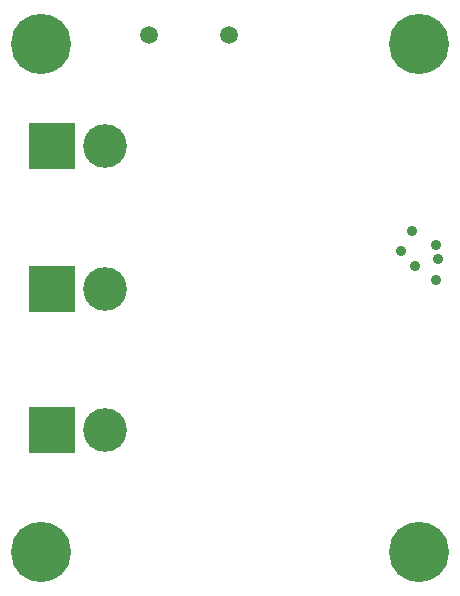
<source format=gbs>
G04 Layer_Color=16711935*
%FSLAX24Y24*%
%MOIN*%
G70*
G01*
G75*
%ADD61C,0.0354*%
%ADD62C,0.1457*%
%ADD63R,0.1522X0.1522*%
%ADD64C,0.0039*%
%ADD65C,0.0591*%
%ADD66C,0.2008*%
D61*
X14346Y10220D02*
D03*
X13661Y10693D02*
D03*
X14409Y10948D02*
D03*
X13189Y11190D02*
D03*
X14346Y11401D02*
D03*
X13543Y11854D02*
D03*
D62*
X3328Y5226D02*
D03*
Y9941D02*
D03*
Y14706D02*
D03*
D63*
X1556Y5226D02*
D03*
Y9941D02*
D03*
Y14706D02*
D03*
D64*
X257Y6919D02*
D03*
Y3534D02*
D03*
Y11634D02*
D03*
Y8249D02*
D03*
Y16399D02*
D03*
Y13013D02*
D03*
D65*
X7457Y18406D02*
D03*
X4780D02*
D03*
D66*
X1181Y18110D02*
D03*
X13780D02*
D03*
Y1181D02*
D03*
X1181D02*
D03*
M02*

</source>
